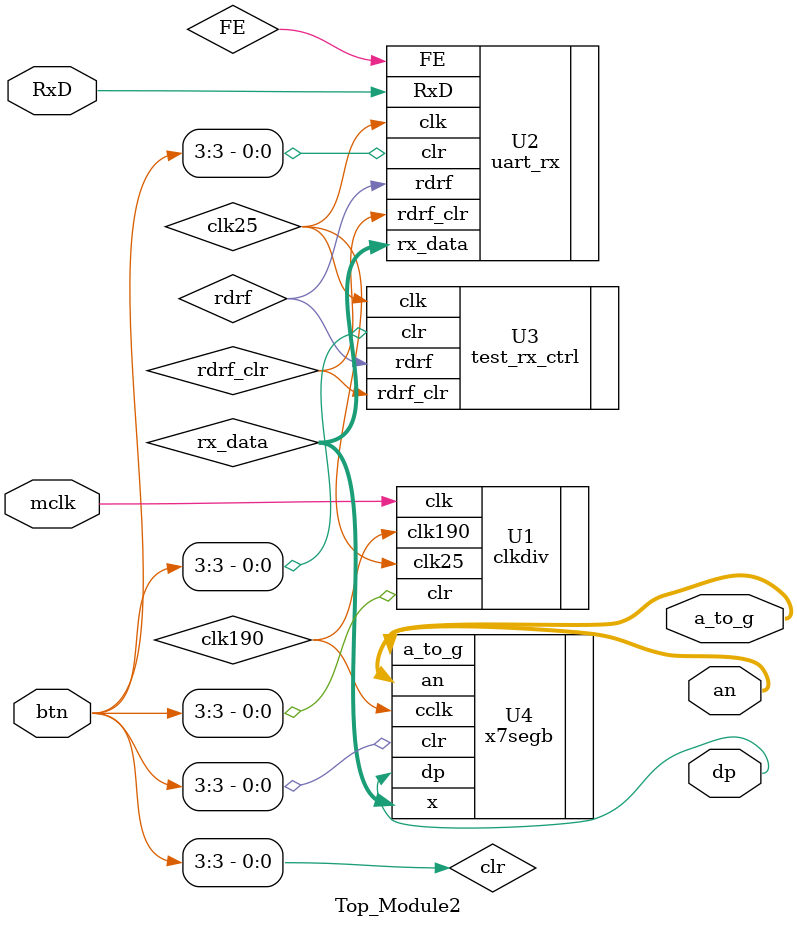
<source format=v>
`timescale 1ns / 1ps


module Top_Module2(  input wire mclk, 
                    input wire[3:0] btn, 
                    input wire RxD, 
                    output wire[6:0] a_to_g, 
                    output wire dp, 
                    output wire[3:0] an
                  );
                    
   wire clk25, clk190, clr;
   wire rdrf, rdrf_clr, FE;
   wire [7:0] rx_data;

   
   assign clr = btn[3];
   
   clkdiv U1(.clk(mclk), .clr(clr), .clk190(clk190), .clk25(clk25) );
   uart_rx U2 (.RxD(RxD), .clk(clk25), .clr(clr), .rdrf_clr(rdrf_clr), .rdrf(rdrf), .rx_data(rx_data), .FE(FE) );
   test_rx_ctrl U3 (.clk(clk25), .clr(clr), .rdrf(rdrf), .rdrf_clr(rdrf_clr) );
   x7segb U4 ( .x(rx_data), .cclk(clk190), .clr(clr), .a_to_g(a_to_g), .an(an), .dp(dp) );
         
endmodule

</source>
